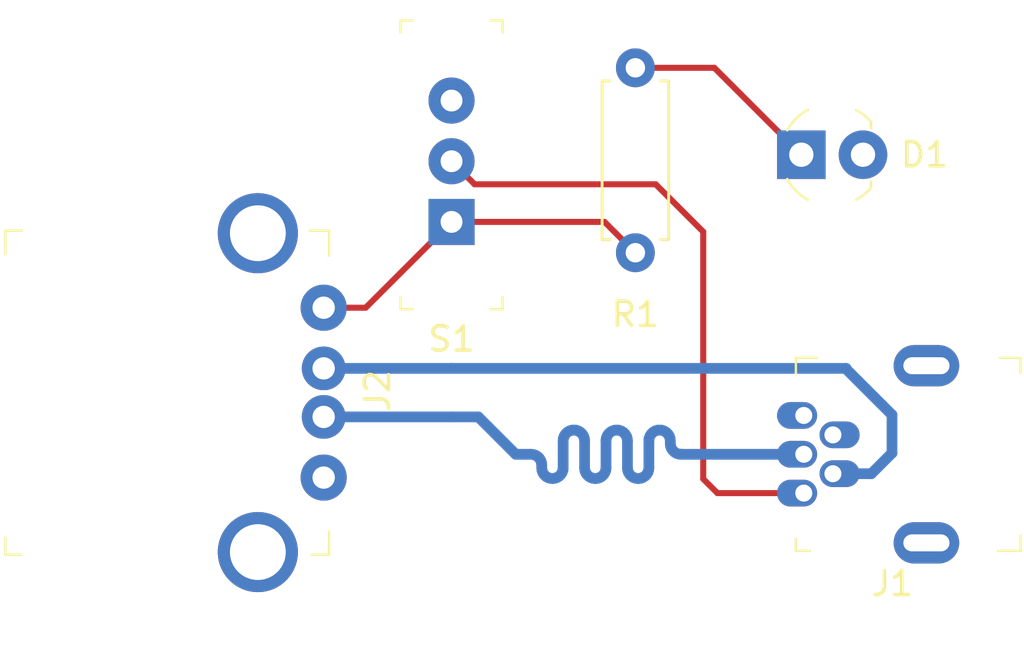
<source format=kicad_pcb>
(kicad_pcb (version 20171130) (host pcbnew "(5.1.9)-1")

  (general
    (thickness 1.6)
    (drawings 4)
    (tracks 129)
    (zones 0)
    (modules 5)
    (nets 9)
  )

  (page A4)
  (title_block
    (title "Power =Stripper")
    (date 2021-04-10)
    (rev v01)
    (comment 4 "Author: Elliot Kovacs")
  )

  (layers
    (0 L1TOP signal)
    (1 L2 signal)
    (2 L3 signal hide)
    (31 L4BOTTOM signal hide)
    (33 F.Adhes user hide)
    (35 F.Paste user hide)
    (37 F.SilkS user hide)
    (38 B.Mask user hide)
    (39 F.Mask user hide)
    (40 Dwgs.User user hide)
    (41 Cmts.User user hide)
    (42 Eco1.User user hide)
    (43 Eco2.User user hide)
    (44 Edge.Cuts user hide)
    (45 Margin user hide)
    (46 B.CrtYd user hide)
    (47 F.CrtYd user hide)
    (49 F.Fab user hide)
  )

  (setup
    (last_trace_width 0.25)
    (user_trace_width 1.1)
    (trace_clearance 0.1524)
    (zone_clearance 0.508)
    (zone_45_only no)
    (trace_min 0.1524)
    (via_size 0.8)
    (via_drill 0.4)
    (via_min_size 0.4)
    (via_min_drill 0.3)
    (uvia_size 0.3)
    (uvia_drill 0.1)
    (uvias_allowed no)
    (uvia_min_size 0.2)
    (uvia_min_drill 0.1)
    (edge_width 0.05)
    (segment_width 0.2)
    (pcb_text_width 0.3)
    (pcb_text_size 1.5 1.5)
    (mod_edge_width 0.12)
    (mod_text_size 1 1)
    (mod_text_width 0.15)
    (pad_size 1.65 1.1)
    (pad_drill 0.7)
    (pad_to_mask_clearance 0)
    (aux_axis_origin 163.83 104.14)
    (visible_elements 7FFFFFFF)
    (pcbplotparams
      (layerselection 0x010e8_ffffffff)
      (usegerberextensions true)
      (usegerberattributes true)
      (usegerberadvancedattributes true)
      (creategerberjobfile true)
      (excludeedgelayer true)
      (linewidth 0.100000)
      (plotframeref false)
      (viasonmask false)
      (mode 1)
      (useauxorigin false)
      (hpglpennumber 1)
      (hpglpenspeed 20)
      (hpglpendiameter 15.000000)
      (psnegative false)
      (psa4output false)
      (plotreference true)
      (plotvalue true)
      (plotinvisibletext false)
      (padsonsilk false)
      (subtractmaskfromsilk false)
      (outputformat 1)
      (mirror false)
      (drillshape 0)
      (scaleselection 1)
      (outputdirectory "new/"))
  )

  (net 0 "")
  (net 1 GND)
  (net 2 "Net-(D1-Pad1)")
  (net 3 D+)
  (net 4 "Net-(J1-Pad1)")
  (net 5 D-)
  (net 6 "Net-(J1-Pad4)")
  (net 7 "Net-(S1-Pad3)")
  (net 8 "Net-(J2-Pad1)")

  (net_class Default "This is the default net class."
    (clearance 0.1524)
    (trace_width 0.25)
    (via_dia 0.8)
    (via_drill 0.4)
    (uvia_dia 0.3)
    (uvia_drill 0.1)
    (add_net GND)
    (add_net "Net-(D1-Pad1)")
    (add_net "Net-(J1-Pad1)")
    (add_net "Net-(J1-Pad4)")
    (add_net "Net-(J2-Pad1)")
    (add_net "Net-(S1-Pad3)")
  )

  (net_class USB ""
    (clearance 0.1524)
    (trace_width 0.441219)
    (via_dia 0.8)
    (via_drill 0.4)
    (uvia_dia 0.3)
    (uvia_drill 0.1)
    (add_net D+)
    (add_net D-)
  )

  (module digikey-footprints:USB_Mini_B_Female_548190519 (layer L1TOP) (tedit 60834374) (tstamp 6082E34F)
    (at 125.6538 112.2172 180)
    (path /606A5687)
    (fp_text reference J1 (at -3.65 -5.325) (layer F.SilkS)
      (effects (font (size 1 1) (thickness 0.15)))
    )
    (fp_text value 0548190519 (at -4.2 6.35) (layer F.Fab)
      (effects (font (size 1 1) (thickness 0.15)))
    )
    (fp_line (start 1.35 -4.75) (end 1.35 4.75) (layer F.CrtYd) (width 0.05))
    (fp_line (start -9.05 -4.75) (end -9.05 4.75) (layer F.CrtYd) (width 0.05))
    (fp_line (start -9.05 4.75) (end 1.35 4.75) (layer F.CrtYd) (width 0.05))
    (fp_line (start -9.05 -4.75) (end 1.35 -4.75) (layer F.CrtYd) (width 0.05))
    (fp_line (start 0.325 3.975) (end 0.3 3.975) (layer F.SilkS) (width 0.1))
    (fp_line (start 0.325 3.325) (end 0.325 3.975) (layer F.SilkS) (width 0.1))
    (fp_line (start -0.55 3.975) (end 0.3 3.975) (layer F.SilkS) (width 0.1))
    (fp_line (start -8.075 3.975) (end -8.925 3.975) (layer F.SilkS) (width 0.1))
    (fp_line (start -8.925 3.975) (end -8.925 3.35) (layer F.SilkS) (width 0.1))
    (fp_line (start -8 -3.975) (end -8.925 -3.975) (layer F.SilkS) (width 0.1))
    (fp_line (start -8.925 -3.975) (end -8.925 -3.35) (layer F.SilkS) (width 0.1))
    (fp_line (start -0.25 -3.975) (end 0.325 -3.975) (layer F.SilkS) (width 0.1))
    (fp_line (start 0.325 -3.975) (end 0.325 -3.5) (layer F.SilkS) (width 0.1))
    (fp_line (start -8.8 3.85) (end 0.2 3.85) (layer F.Fab) (width 0.1))
    (fp_line (start -8.8 -3.85) (end 0.2 -3.85) (layer F.Fab) (width 0.1))
    (fp_line (start 0.2 -3.85) (end 0.2 3.85) (layer F.Fab) (width 0.1))
    (fp_line (start -8.8 -3.85) (end -8.8 3.85) (layer F.Fab) (width 0.1))
    (fp_text user %R (at -5.7 -0.075 90) (layer F.Fab)
      (effects (font (size 1 1) (thickness 0.15)))
    )
    (pad 3 thru_hole oval (at 0 0 180) (size 1.65 1.1) (drill 0.7 (offset 0.275 0)) (layers *.Cu *.Mask)
      (net 3 D+))
    (pad 1 thru_hole oval (at 0 -1.6 180) (size 1.65 1.1) (drill 0.7 (offset 0.275 0)) (layers *.Cu *.Mask)
      (net 4 "Net-(J1-Pad1)"))
    (pad 5 thru_hole oval (at 0 1.6 180) (size 1.65 1.1) (drill 0.7 (offset 0.275 0)) (layers *.Cu *.Mask)
      (net 1 GND))
    (pad 2 thru_hole oval (at -1.2 -0.8 180) (size 1.65 1.1) (drill 0.7 (offset -0.275 0)) (layers *.Cu *.Mask)
      (net 5 D-))
    (pad 4 thru_hole oval (at -1.2 0.8 180) (size 1.65 1.1) (drill 0.7 (offset -0.275 0)) (layers *.Cu *.Mask)
      (net 6 "Net-(J1-Pad4)"))
    (pad SH thru_hole oval (at -5.05 -3.65 180) (size 2.7 1.7) (drill oval 1.9 0.7) (layers *.Cu *.Mask)
      (net 1 GND))
    (pad SH thru_hole oval (at -5.05 3.65 180) (size 2.7 1.7) (drill oval 1.9 0.7) (layers *.Cu *.Mask)
      (net 1 GND))
  )

  (module digikey-footprints:USB_A_Female_UE27AC54100 (layer L1TOP) (tedit 60833CA2) (tstamp 60721C88)
    (at 103.1748 109.6772 270)
    (path /606AEEC6)
    (fp_text reference J2 (at -0.075 -4.925 90) (layer F.SilkS)
      (effects (font (size 1 1) (thickness 0.15)))
    )
    (fp_text value UE27AC54100 (at 9.652 3.556) (layer F.Fab)
      (effects (font (size 1 1) (thickness 0.15)))
    )
    (fp_line (start -6.55 -2.82) (end 6.55 -2.82) (layer F.Fab) (width 0.1))
    (fp_line (start 6.55 -2.82) (end 6.55 10.28) (layer F.Fab) (width 0.1))
    (fp_line (start -6.55 -2.82) (end -6.55 10.28) (layer F.Fab) (width 0.1))
    (fp_line (start -6.55 10.28) (end 6.55 10.28) (layer F.Fab) (width 0.1))
    (fp_line (start 6.675 -2.935) (end 6.675 -2.21) (layer F.SilkS) (width 0.1))
    (fp_line (start 5.725 -2.935) (end 6.675 -2.935) (layer F.SilkS) (width 0.1))
    (fp_line (start -6.675 -2.935) (end -6.675 -2.135) (layer F.SilkS) (width 0.1))
    (fp_line (start -5.65 -2.935) (end -6.675 -2.935) (layer F.SilkS) (width 0.1))
    (fp_line (start 6.675 10.395) (end 5.975 10.395) (layer F.SilkS) (width 0.1))
    (fp_line (start 6.675 9.745) (end 6.675 10.395) (layer F.SilkS) (width 0.1))
    (fp_line (start -6.675 10.395) (end -6.675 9.72) (layer F.SilkS) (width 0.1))
    (fp_line (start -5.7 10.395) (end -6.675 10.395) (layer F.SilkS) (width 0.1))
    (fp_line (start -8.45 -3.94) (end 8.45 -3.94) (layer F.CrtYd) (width 0.05))
    (fp_line (start 8.45 -3.94) (end 8.45 10.57) (layer F.CrtYd) (width 0.05))
    (fp_line (start -8.45 -3.94) (end -8.45 10.57) (layer F.CrtYd) (width 0.05))
    (fp_line (start -8.45 10.57) (end 8.45 10.57) (layer F.CrtYd) (width 0.05))
    (fp_text user %R (at -0.025 0.975 90) (layer F.Fab)
      (effects (font (size 1 1) (thickness 0.15)))
    )
    (pad SH thru_hole circle (at -6.57 0 270) (size 3.3 3.3) (drill 2.3) (layers *.Cu *.Mask)
      (net 1 GND))
    (pad SH thru_hole circle (at 6.57 0 270) (size 3.3 3.3) (drill 2.3) (layers *.Cu *.Mask)
      (net 1 GND))
    (pad 1 thru_hole circle (at -3.5 -2.71 270) (size 1.9 1.9) (drill 0.92) (layers *.Cu *.Mask)
      (net 8 "Net-(J2-Pad1)"))
    (pad 2 thru_hole circle (at -1 -2.71 270) (size 1.8 1.8) (drill 0.92) (layers *.Cu *.Mask)
      (net 5 D-))
    (pad 3 thru_hole circle (at 1 -2.71 270) (size 1.8 1.8) (drill 0.92) (layers *.Cu *.Mask)
      (net 3 D+))
    (pad 4 thru_hole circle (at 3.5 -2.71 270) (size 1.9 1.9) (drill 0.92) (layers *.Cu *.Mask)
      (net 1 GND))
  )

  (module digikey-footprints:LED_3mm_Radial (layer L1TOP) (tedit 5B1990B7) (tstamp 6082EF6D)
    (at 128.0922 99.8728)
    (descr http://optoelectronics.liteon.com/upload/download/DS20-2000-343/1CHKxKNN.pdf)
    (path /606BCCFE)
    (fp_text reference D1 (at 2.54 0) (layer F.SilkS)
      (effects (font (size 1 1) (thickness 0.15)))
    )
    (fp_text value 151033RS03000 (at 0 5.08) (layer F.Fab)
      (effects (font (size 1 1) (thickness 0.15)))
    )
    (fp_circle (center -1.27 0) (end 1.38 0) (layer F.CrtYd) (width 0.05))
    (fp_line (start 0.33 -1.35) (end 0.33 -1.1) (layer F.SilkS) (width 0.1))
    (fp_line (start 0.33 1.35) (end 0.33 1.1) (layer F.SilkS) (width 0.1))
    (fp_line (start 0.23 -1.3) (end 0.23 1.3) (layer F.Fab) (width 0.1))
    (fp_text user %R (at -1.27 0) (layer F.Fab)
      (effects (font (size 0.75 0.75) (thickness 0.1)))
    )
    (fp_arc (start -1.27 0) (end 0.23 -1.3) (angle -278.1712365) (layer F.Fab) (width 0.1))
    (fp_arc (start -1.27 0) (end 0.33 -1.35) (angle -21.45098095) (layer F.SilkS) (width 0.1))
    (fp_arc (start -1.27 0) (end -0.27 1.85) (angle -21.45098095) (layer F.SilkS) (width 0.1))
    (fp_arc (start -1.27 0) (end -2.27 -1.85) (angle -33.21396116) (layer F.SilkS) (width 0.1))
    (fp_arc (start -1.27 0) (end -3.12 1) (angle -33.21396116) (layer F.SilkS) (width 0.1))
    (pad 1 thru_hole rect (at -2.54 0) (size 2 2) (drill 1) (layers *.Cu *.Mask)
      (net 2 "Net-(D1-Pad1)"))
    (pad 2 thru_hole circle (at 0 0) (size 2 2) (drill 1) (layers *.Cu *.Mask)
      (net 1 GND))
  )

  (module Resistor_THT:R_Axial_DIN0207_L6.3mm_D2.5mm_P7.62mm_Horizontal (layer L1TOP) (tedit 5AE5139B) (tstamp 60849651)
    (at 118.7196 96.2914 270)
    (descr "Resistor, Axial_DIN0207 series, Axial, Horizontal, pin pitch=7.62mm, 0.25W = 1/4W, length*diameter=6.3*2.5mm^2, http://cdn-reichelt.de/documents/datenblatt/B400/1_4W%23YAG.pdf")
    (tags "Resistor Axial_DIN0207 series Axial Horizontal pin pitch 7.62mm 0.25W = 1/4W length 6.3mm diameter 2.5mm")
    (path /606BB0D9)
    (fp_text reference R1 (at 10.16 0 180) (layer F.SilkS)
      (effects (font (size 1 1) (thickness 0.15)))
    )
    (fp_text value 220 (at 3.81 2.37 90) (layer F.Fab)
      (effects (font (size 1 1) (thickness 0.15)))
    )
    (fp_line (start 0.66 -1.25) (end 0.66 1.25) (layer F.Fab) (width 0.1))
    (fp_line (start 0.66 1.25) (end 6.96 1.25) (layer F.Fab) (width 0.1))
    (fp_line (start 6.96 1.25) (end 6.96 -1.25) (layer F.Fab) (width 0.1))
    (fp_line (start 6.96 -1.25) (end 0.66 -1.25) (layer F.Fab) (width 0.1))
    (fp_line (start 0 0) (end 0.66 0) (layer F.Fab) (width 0.1))
    (fp_line (start 7.62 0) (end 6.96 0) (layer F.Fab) (width 0.1))
    (fp_line (start 0.54 -1.04) (end 0.54 -1.37) (layer F.SilkS) (width 0.12))
    (fp_line (start 0.54 -1.37) (end 7.08 -1.37) (layer F.SilkS) (width 0.12))
    (fp_line (start 7.08 -1.37) (end 7.08 -1.04) (layer F.SilkS) (width 0.12))
    (fp_line (start 0.54 1.04) (end 0.54 1.37) (layer F.SilkS) (width 0.12))
    (fp_line (start 0.54 1.37) (end 7.08 1.37) (layer F.SilkS) (width 0.12))
    (fp_line (start 7.08 1.37) (end 7.08 1.04) (layer F.SilkS) (width 0.12))
    (fp_line (start -1.05 -1.5) (end -1.05 1.5) (layer F.CrtYd) (width 0.05))
    (fp_line (start -1.05 1.5) (end 8.67 1.5) (layer F.CrtYd) (width 0.05))
    (fp_line (start 8.67 1.5) (end 8.67 -1.5) (layer F.CrtYd) (width 0.05))
    (fp_line (start 8.67 -1.5) (end -1.05 -1.5) (layer F.CrtYd) (width 0.05))
    (fp_text user %R (at 3.81 0 90) (layer F.Fab)
      (effects (font (size 1 1) (thickness 0.15)))
    )
    (pad 2 thru_hole oval (at 7.62 0 270) (size 1.6 1.6) (drill 0.8) (layers *.Cu *.Mask)
      (net 8 "Net-(J2-Pad1)"))
    (pad 1 thru_hole circle (at 0 0 270) (size 1.6 1.6) (drill 0.8) (layers *.Cu *.Mask)
      (net 2 "Net-(D1-Pad1)"))
    (model ${KISYS3DMOD}/Resistor_THT.3dshapes/R_Axial_DIN0207_L6.3mm_D2.5mm_P7.62mm_Horizontal.wrl
      (at (xyz 0 0 0))
      (scale (xyz 1 1 1))
      (rotate (xyz 0 0 0))
    )
  )

  (module digikey-footprints:Switch_Slide_11.6x4mm_EG1218 (layer L1TOP) (tedit 5A1EC915) (tstamp 60849D93)
    (at 111.1504 102.6414 90)
    (descr http://spec_sheets.e-switch.com/specs/P040040.pdf)
    (path /606DAFAA)
    (fp_text reference S1 (at -4.826 0 180) (layer F.SilkS)
      (effects (font (size 1 1) (thickness 0.15)))
    )
    (fp_text value EG1218 (at 2.11 3.14 90) (layer F.Fab)
      (effects (font (size 1 1) (thickness 0.15)))
    )
    (fp_line (start -3.42 -2) (end 8.18 -2) (layer F.Fab) (width 0.1))
    (fp_line (start -3.42 2) (end -3.42 -2) (layer F.Fab) (width 0.1))
    (fp_line (start 8.18 2) (end 8.18 -2) (layer F.Fab) (width 0.1))
    (fp_line (start -3.42 2) (end 8.18 2) (layer F.Fab) (width 0.1))
    (fp_line (start 8.3 -2.1) (end 7.8 -2.1) (layer F.SilkS) (width 0.1))
    (fp_line (start 8.3 -2.1) (end 8.3 -1.6) (layer F.SilkS) (width 0.1))
    (fp_line (start -3.6 -2.1) (end -3.6 -1.6) (layer F.SilkS) (width 0.1))
    (fp_line (start -3.6 -2.1) (end -3.1 -2.1) (layer F.SilkS) (width 0.1))
    (fp_line (start -3.6 2.1) (end -3.6 1.6) (layer F.SilkS) (width 0.1))
    (fp_line (start -3.6 2.1) (end -3.1 2.1) (layer F.SilkS) (width 0.1))
    (fp_line (start 8.3 2.1) (end 8.3 1.6) (layer F.SilkS) (width 0.1))
    (fp_line (start 8.3 2.1) (end 7.8 2.1) (layer F.SilkS) (width 0.1))
    (fp_line (start -3.67 -2.25) (end 8.43 -2.25) (layer F.CrtYd) (width 0.05))
    (fp_line (start 8.43 2.25) (end 8.43 -2.25) (layer F.CrtYd) (width 0.05))
    (fp_line (start -3.67 2.25) (end 8.43 2.25) (layer F.CrtYd) (width 0.05))
    (fp_line (start -3.67 2.25) (end -3.67 -2.25) (layer F.CrtYd) (width 0.05))
    (fp_text user %R (at 2.5 0 90) (layer F.Fab)
      (effects (font (size 1 1) (thickness 0.15)))
    )
    (pad 1 thru_hole rect (at 0 0 90) (size 1.9 1.9) (drill 0.9) (layers *.Cu *.Mask)
      (net 8 "Net-(J2-Pad1)"))
    (pad 2 thru_hole circle (at 2.5 0 90) (size 1.9 1.9) (drill 0.9) (layers *.Cu *.Mask)
      (net 4 "Net-(J1-Pad1)"))
    (pad 3 thru_hole circle (at 5 0 90) (size 1.9 1.9) (drill 0.9) (layers *.Cu *.Mask)
      (net 7 "Net-(S1-Pad3)"))
  )

  (gr_line (start 134.747 120.7516) (end 92.5322 120.7516) (layer Edge.Cuts) (width 0.05) (tstamp 6083BA53))
  (gr_line (start 92.5322 93.472) (end 92.5322 120.7516) (layer Edge.Cuts) (width 0.05))
  (gr_line (start 134.747 93.472) (end 92.5322 93.472) (layer Edge.Cuts) (width 0.05))
  (gr_line (start 134.747 120.7516) (end 134.747 93.472) (layer Edge.Cuts) (width 0.05))

  (segment (start 121.9708 96.2914) (end 125.5522 99.8728) (width 0.25) (layer L1TOP) (net 2))
  (segment (start 118.7196 96.2914) (end 121.9708 96.2914) (width 0.25) (layer L1TOP) (net 2))
  (segment (start 113.792 112.2172) (end 112.252 110.6772) (width 0.441219) (layer L4BOTTOM) (net 3))
  (segment (start 114.422134 112.2172) (end 113.792 112.2172) (width 0.441219) (layer L4BOTTOM) (net 3))
  (segment (start 114.613571 112.260895) (end 114.520314 112.228263) (width 0.441219) (layer L4BOTTOM) (net 3))
  (segment (start 114.767092 112.383324) (end 114.697229 112.313461) (width 0.441219) (layer L4BOTTOM) (net 3))
  (segment (start 114.874415 112.874162) (end 114.863353 112.775981) (width 0.441219) (layer L4BOTTOM) (net 3))
  (segment (start 115.029476 113.12094) (end 114.959613 113.051077) (width 0.441219) (layer L4BOTTOM) (net 3))
  (segment (start 115.64953 113.051077) (end 115.579667 113.12094) (width 0.441219) (layer L4BOTTOM) (net 3))
  (segment (start 115.745791 111.658419) (end 115.745791 112.775981) (width 0.441219) (layer L4BOTTOM) (net 3))
  (segment (start 115.995572 111.260894) (end 115.911914 111.31346) (width 0.441219) (layer L4BOTTOM) (net 3))
  (segment (start 116.088829 111.228262) (end 115.995572 111.260894) (width 0.441219) (layer L4BOTTOM) (net 3))
  (segment (start 115.304572 113.2172) (end 115.206391 113.206138) (width 0.441219) (layer L4BOTTOM) (net 3))
  (segment (start 116.18701 111.2172) (end 116.088829 111.228262) (width 0.441219) (layer L4BOTTOM) (net 3))
  (segment (start 116.28519 111.228262) (end 116.18701 111.2172) (width 0.441219) (layer L4BOTTOM) (net 3))
  (segment (start 116.378447 111.260894) (end 116.28519 111.228262) (width 0.441219) (layer L4BOTTOM) (net 3))
  (segment (start 111.146403 110.6772) (end 105.8848 110.6772) (width 0.441219) (layer L4BOTTOM) (net 3))
  (segment (start 116.462105 111.31346) (end 116.378447 111.260894) (width 0.441219) (layer L4BOTTOM) (net 3))
  (segment (start 116.531968 111.383323) (end 116.462105 111.31346) (width 0.441219) (layer L4BOTTOM) (net 3))
  (segment (start 116.584534 111.466981) (end 116.531968 111.383323) (width 0.441219) (layer L4BOTTOM) (net 3))
  (segment (start 116.617166 111.560238) (end 116.584534 111.466981) (width 0.441219) (layer L4BOTTOM) (net 3))
  (segment (start 116.628229 111.658419) (end 116.617166 111.560238) (width 0.441219) (layer L4BOTTOM) (net 3))
  (segment (start 114.520314 112.228263) (end 114.422134 112.2172) (width 0.441219) (layer L4BOTTOM) (net 3))
  (segment (start 116.628229 112.775981) (end 116.628229 111.658419) (width 0.441219) (layer L4BOTTOM) (net 3))
  (segment (start 116.639291 112.874162) (end 116.628229 112.775981) (width 0.441219) (layer L4BOTTOM) (net 3))
  (segment (start 116.671923 112.967419) (end 116.639291 112.874162) (width 0.441219) (layer L4BOTTOM) (net 3))
  (segment (start 115.402752 113.206138) (end 115.304572 113.2172) (width 0.441219) (layer L4BOTTOM) (net 3))
  (segment (start 116.724489 113.051077) (end 116.671923 112.967419) (width 0.441219) (layer L4BOTTOM) (net 3))
  (segment (start 114.907047 112.967419) (end 114.874415 112.874162) (width 0.441219) (layer L4BOTTOM) (net 3))
  (segment (start 116.794352 113.12094) (end 116.724489 113.051077) (width 0.441219) (layer L4BOTTOM) (net 3))
  (segment (start 114.863353 112.658419) (end 114.85229 112.560239) (width 0.441219) (layer L4BOTTOM) (net 3))
  (segment (start 116.87801 113.173506) (end 116.794352 113.12094) (width 0.441219) (layer L4BOTTOM) (net 3))
  (segment (start 116.971267 113.206138) (end 116.87801 113.173506) (width 0.441219) (layer L4BOTTOM) (net 3))
  (segment (start 112.252 110.6772) (end 111.146403 110.6772) (width 0.441219) (layer L4BOTTOM) (net 3))
  (segment (start 117.069448 113.2172) (end 116.971267 113.206138) (width 0.441219) (layer L4BOTTOM) (net 3))
  (segment (start 117.167628 113.206138) (end 117.069448 113.2172) (width 0.441219) (layer L4BOTTOM) (net 3))
  (segment (start 117.260885 113.173506) (end 117.167628 113.206138) (width 0.441219) (layer L4BOTTOM) (net 3))
  (segment (start 119.109419 113.12094) (end 119.025761 113.173506) (width 0.441219) (layer L4BOTTOM) (net 3))
  (segment (start 119.179282 113.051077) (end 119.109419 113.12094) (width 0.441219) (layer L4BOTTOM) (net 3))
  (segment (start 118.050066 111.228262) (end 117.951886 111.2172) (width 0.441219) (layer L4BOTTOM) (net 3))
  (segment (start 119.231848 112.967419) (end 119.179282 113.051077) (width 0.441219) (layer L4BOTTOM) (net 3))
  (segment (start 119.26448 112.874162) (end 119.231848 112.967419) (width 0.441219) (layer L4BOTTOM) (net 3))
  (segment (start 119.275543 112.775981) (end 119.26448 112.874162) (width 0.441219) (layer L4BOTTOM) (net 3))
  (segment (start 115.734728 112.874162) (end 115.702096 112.967419) (width 0.441219) (layer L4BOTTOM) (net 3))
  (segment (start 119.371803 111.383323) (end 119.319237 111.466981) (width 0.441219) (layer L4BOTTOM) (net 3))
  (segment (start 119.441666 111.31346) (end 119.371803 111.383323) (width 0.441219) (layer L4BOTTOM) (net 3))
  (segment (start 119.618581 111.228262) (end 119.525324 111.260894) (width 0.441219) (layer L4BOTTOM) (net 3))
  (segment (start 115.756853 111.560238) (end 115.745791 111.658419) (width 0.441219) (layer L4BOTTOM) (net 3))
  (segment (start 119.814942 111.228262) (end 119.716762 111.2172) (width 0.441219) (layer L4BOTTOM) (net 3))
  (segment (start 115.745791 112.775981) (end 115.734728 112.874162) (width 0.441219) (layer L4BOTTOM) (net 3))
  (segment (start 119.991857 111.31346) (end 119.908199 111.260894) (width 0.441219) (layer L4BOTTOM) (net 3))
  (segment (start 115.496009 113.173506) (end 115.402752 113.206138) (width 0.441219) (layer L4BOTTOM) (net 3))
  (segment (start 117.344543 113.12094) (end 117.260885 113.173506) (width 0.441219) (layer L4BOTTOM) (net 3))
  (segment (start 119.525324 111.260894) (end 119.441666 111.31346) (width 0.441219) (layer L4BOTTOM) (net 3))
  (segment (start 120.407762 112.173505) (end 120.324104 112.120939) (width 0.441219) (layer L4BOTTOM) (net 3))
  (segment (start 115.579667 113.12094) (end 115.496009 113.173506) (width 0.441219) (layer L4BOTTOM) (net 3))
  (segment (start 120.5992 112.2172) (end 120.501019 112.206137) (width 0.441219) (layer L4BOTTOM) (net 3))
  (segment (start 115.702096 112.967419) (end 115.64953 113.051077) (width 0.441219) (layer L4BOTTOM) (net 3))
  (segment (start 120.501019 112.206137) (end 120.407762 112.173505) (width 0.441219) (layer L4BOTTOM) (net 3))
  (segment (start 119.275543 111.658419) (end 119.275543 112.775981) (width 0.441219) (layer L4BOTTOM) (net 3))
  (segment (start 120.157981 111.658419) (end 120.146918 111.560238) (width 0.441219) (layer L4BOTTOM) (net 3))
  (segment (start 117.67679 111.31346) (end 117.606927 111.383323) (width 0.441219) (layer L4BOTTOM) (net 3))
  (segment (start 117.510667 112.775981) (end 117.499604 112.874162) (width 0.441219) (layer L4BOTTOM) (net 3))
  (segment (start 119.319237 111.466981) (end 119.286605 111.560238) (width 0.441219) (layer L4BOTTOM) (net 3))
  (segment (start 114.863353 112.775981) (end 114.863353 112.658419) (width 0.441219) (layer L4BOTTOM) (net 3))
  (segment (start 120.324104 112.120939) (end 120.254241 112.051076) (width 0.441219) (layer L4BOTTOM) (net 3))
  (segment (start 118.393105 112.775981) (end 118.393105 111.658419) (width 0.441219) (layer L4BOTTOM) (net 3))
  (segment (start 120.146918 111.560238) (end 120.114286 111.466981) (width 0.441219) (layer L4BOTTOM) (net 3))
  (segment (start 115.113134 113.173506) (end 115.029476 113.12094) (width 0.441219) (layer L4BOTTOM) (net 3))
  (segment (start 117.760448 111.260894) (end 117.67679 111.31346) (width 0.441219) (layer L4BOTTOM) (net 3))
  (segment (start 114.85229 112.560239) (end 114.819658 112.466982) (width 0.441219) (layer L4BOTTOM) (net 3))
  (segment (start 120.254241 112.051076) (end 120.201675 111.967418) (width 0.441219) (layer L4BOTTOM) (net 3))
  (segment (start 114.959613 113.051077) (end 114.907047 112.967419) (width 0.441219) (layer L4BOTTOM) (net 3))
  (segment (start 117.466972 112.967419) (end 117.414406 113.051077) (width 0.441219) (layer L4BOTTOM) (net 3))
  (segment (start 114.819658 112.466982) (end 114.767092 112.383324) (width 0.441219) (layer L4BOTTOM) (net 3))
  (segment (start 118.226981 111.31346) (end 118.143323 111.260894) (width 0.441219) (layer L4BOTTOM) (net 3))
  (segment (start 125.6538 112.2172) (end 120.5992 112.2172) (width 0.441219) (layer L4BOTTOM) (net 3))
  (segment (start 114.697229 112.313461) (end 114.613571 112.260895) (width 0.441219) (layer L4BOTTOM) (net 3))
  (segment (start 117.606927 111.383323) (end 117.554361 111.466981) (width 0.441219) (layer L4BOTTOM) (net 3))
  (segment (start 120.201675 111.967418) (end 120.169043 111.874161) (width 0.441219) (layer L4BOTTOM) (net 3))
  (segment (start 115.206391 113.206138) (end 115.113134 113.173506) (width 0.441219) (layer L4BOTTOM) (net 3))
  (segment (start 117.853705 111.228262) (end 117.760448 111.260894) (width 0.441219) (layer L4BOTTOM) (net 3))
  (segment (start 120.169043 111.874161) (end 120.157981 111.775981) (width 0.441219) (layer L4BOTTOM) (net 3))
  (segment (start 120.157981 111.775981) (end 120.157981 111.658419) (width 0.441219) (layer L4BOTTOM) (net 3))
  (segment (start 119.716762 111.2172) (end 119.618581 111.228262) (width 0.441219) (layer L4BOTTOM) (net 3))
  (segment (start 120.114286 111.466981) (end 120.06172 111.383323) (width 0.441219) (layer L4BOTTOM) (net 3))
  (segment (start 117.414406 113.051077) (end 117.344543 113.12094) (width 0.441219) (layer L4BOTTOM) (net 3))
  (segment (start 119.286605 111.560238) (end 119.275543 111.658419) (width 0.441219) (layer L4BOTTOM) (net 3))
  (segment (start 120.06172 111.383323) (end 119.991857 111.31346) (width 0.441219) (layer L4BOTTOM) (net 3))
  (segment (start 119.025761 113.173506) (end 118.932504 113.206138) (width 0.441219) (layer L4BOTTOM) (net 3))
  (segment (start 118.932504 113.206138) (end 118.834324 113.2172) (width 0.441219) (layer L4BOTTOM) (net 3))
  (segment (start 118.834324 113.2172) (end 118.736143 113.206138) (width 0.441219) (layer L4BOTTOM) (net 3))
  (segment (start 118.736143 113.206138) (end 118.642886 113.173506) (width 0.441219) (layer L4BOTTOM) (net 3))
  (segment (start 118.642886 113.173506) (end 118.559228 113.12094) (width 0.441219) (layer L4BOTTOM) (net 3))
  (segment (start 117.951886 111.2172) (end 117.853705 111.228262) (width 0.441219) (layer L4BOTTOM) (net 3))
  (segment (start 118.559228 113.12094) (end 118.489365 113.051077) (width 0.441219) (layer L4BOTTOM) (net 3))
  (segment (start 118.489365 113.051077) (end 118.436799 112.967419) (width 0.441219) (layer L4BOTTOM) (net 3))
  (segment (start 115.842051 111.383323) (end 115.789485 111.466981) (width 0.441219) (layer L4BOTTOM) (net 3))
  (segment (start 118.404167 112.874162) (end 118.393105 112.775981) (width 0.441219) (layer L4BOTTOM) (net 3))
  (segment (start 115.911914 111.31346) (end 115.842051 111.383323) (width 0.441219) (layer L4BOTTOM) (net 3))
  (segment (start 118.393105 111.658419) (end 118.382042 111.560238) (width 0.441219) (layer L4BOTTOM) (net 3))
  (segment (start 115.789485 111.466981) (end 115.756853 111.560238) (width 0.441219) (layer L4BOTTOM) (net 3))
  (segment (start 118.382042 111.560238) (end 118.34941 111.466981) (width 0.441219) (layer L4BOTTOM) (net 3))
  (segment (start 118.34941 111.466981) (end 118.296844 111.383323) (width 0.441219) (layer L4BOTTOM) (net 3))
  (segment (start 118.296844 111.383323) (end 118.226981 111.31346) (width 0.441219) (layer L4BOTTOM) (net 3))
  (segment (start 118.436799 112.967419) (end 118.404167 112.874162) (width 0.441219) (layer L4BOTTOM) (net 3))
  (segment (start 118.143323 111.260894) (end 118.050066 111.228262) (width 0.441219) (layer L4BOTTOM) (net 3))
  (segment (start 117.554361 111.466981) (end 117.521729 111.560238) (width 0.441219) (layer L4BOTTOM) (net 3))
  (segment (start 119.908199 111.260894) (end 119.814942 111.228262) (width 0.441219) (layer L4BOTTOM) (net 3))
  (segment (start 117.521729 111.560238) (end 117.510667 111.658419) (width 0.441219) (layer L4BOTTOM) (net 3))
  (segment (start 117.510667 111.658419) (end 117.510667 112.775981) (width 0.441219) (layer L4BOTTOM) (net 3))
  (segment (start 117.499604 112.874162) (end 117.466972 112.967419) (width 0.441219) (layer L4BOTTOM) (net 3))
  (segment (start 122.0976 113.8172) (end 125.6538 113.8172) (width 0.25) (layer L1TOP) (net 4))
  (segment (start 121.5136 113.2332) (end 122.0976 113.8172) (width 0.25) (layer L1TOP) (net 4))
  (segment (start 121.5136 103.0478) (end 121.5136 113.2332) (width 0.25) (layer L1TOP) (net 4))
  (segment (start 119.557199 101.091399) (end 121.5136 103.0478) (width 0.25) (layer L1TOP) (net 4))
  (segment (start 112.100399 101.091399) (end 119.557199 101.091399) (width 0.25) (layer L1TOP) (net 4))
  (segment (start 111.1504 100.1414) (end 112.100399 101.091399) (width 0.25) (layer L1TOP) (net 4))
  (segment (start 111.146403 108.6772) (end 105.8848 108.6772) (width 0.441219) (layer L4BOTTOM) (net 5))
  (segment (start 127.397 108.6772) (end 111.146403 108.6772) (width 0.441219) (layer L4BOTTOM) (net 5))
  (segment (start 127.397 108.7026) (end 127.397 108.6772) (width 0.441219) (layer L4BOTTOM) (net 5))
  (segment (start 129.286 110.5916) (end 127.397 108.7026) (width 0.441219) (layer L4BOTTOM) (net 5))
  (segment (start 129.286 112.1664) (end 129.286 110.5916) (width 0.441219) (layer L4BOTTOM) (net 5))
  (segment (start 128.4352 113.0172) (end 129.286 112.1664) (width 0.441219) (layer L4BOTTOM) (net 5))
  (segment (start 126.8538 113.0172) (end 128.4352 113.0172) (width 0.441219) (layer L4BOTTOM) (net 5))
  (segment (start 107.6146 106.1772) (end 111.1504 102.6414) (width 0.25) (layer L1TOP) (net 8))
  (segment (start 105.8848 106.1772) (end 107.6146 106.1772) (width 0.25) (layer L1TOP) (net 8))
  (segment (start 117.4496 102.6414) (end 118.7196 103.9114) (width 0.25) (layer L1TOP) (net 8))
  (segment (start 111.1504 102.6414) (end 117.4496 102.6414) (width 0.25) (layer L1TOP) (net 8))

  (zone (net 1) (net_name GND) (layer L3) (tstamp 60861173) (hatch edge 0.508)
    (connect_pads (clearance 0.508))
    (min_thickness 0.254)
    (fill yes (arc_segments 32) (thermal_gap 0.508) (thermal_bridge_width 0.508))
    (polygon
      (pts
        (xy 134.7216 120.7262) (xy 92.5576 120.7262) (xy 92.5576 93.4974) (xy 134.7216 93.4974)
      )
    )
    (filled_polygon
      (pts
        (xy 134.087 120.0916) (xy 93.1922 120.0916) (xy 93.1922 117.845635) (xy 101.75597 117.845635) (xy 101.930023 118.176554)
        (xy 102.33034 118.382325) (xy 102.763108 118.506046) (xy 103.211698 118.542959) (xy 103.65887 118.491649) (xy 104.087439 118.354085)
        (xy 104.419577 118.176554) (xy 104.59363 117.845635) (xy 103.1748 116.426805) (xy 101.75597 117.845635) (xy 93.1922 117.845635)
        (xy 93.1922 116.284098) (xy 100.879041 116.284098) (xy 100.930351 116.73127) (xy 101.067915 117.159839) (xy 101.245446 117.491977)
        (xy 101.576365 117.66603) (xy 102.995195 116.2472) (xy 103.354405 116.2472) (xy 104.773235 117.66603) (xy 105.104154 117.491977)
        (xy 105.309925 117.09166) (xy 105.433646 116.658892) (xy 105.469424 116.22409) (xy 128.762324 116.22409) (xy 128.783237 116.318153)
        (xy 128.898509 116.586626) (xy 129.063943 116.827452) (xy 129.273181 117.031376) (xy 129.518182 117.190561) (xy 129.789531 117.29889)
        (xy 130.0768 117.3522) (xy 130.5768 117.3522) (xy 130.5768 115.9942) (xy 130.8308 115.9942) (xy 130.8308 117.3522)
        (xy 131.3308 117.3522) (xy 131.618069 117.29889) (xy 131.889418 117.190561) (xy 132.134419 117.031376) (xy 132.343657 116.827452)
        (xy 132.509091 116.586626) (xy 132.624363 116.318153) (xy 132.645276 116.22409) (xy 132.523955 115.9942) (xy 130.8308 115.9942)
        (xy 130.5768 115.9942) (xy 128.883645 115.9942) (xy 128.762324 116.22409) (xy 105.469424 116.22409) (xy 105.470559 116.210302)
        (xy 105.419249 115.76313) (xy 105.338098 115.51031) (xy 128.762324 115.51031) (xy 128.883645 115.7402) (xy 130.5768 115.7402)
        (xy 130.5768 114.3822) (xy 130.8308 114.3822) (xy 130.8308 115.7402) (xy 132.523955 115.7402) (xy 132.645276 115.51031)
        (xy 132.624363 115.416247) (xy 132.509091 115.147774) (xy 132.343657 114.906948) (xy 132.134419 114.703024) (xy 131.889418 114.543839)
        (xy 131.618069 114.43551) (xy 131.3308 114.3822) (xy 130.8308 114.3822) (xy 130.5768 114.3822) (xy 130.0768 114.3822)
        (xy 129.789531 114.43551) (xy 129.518182 114.543839) (xy 129.273181 114.703024) (xy 129.063943 114.906948) (xy 128.898509 115.147774)
        (xy 128.783237 115.416247) (xy 128.762324 115.51031) (xy 105.338098 115.51031) (xy 105.281685 115.334561) (xy 105.104154 115.002423)
        (xy 104.773235 114.82837) (xy 103.354405 116.2472) (xy 102.995195 116.2472) (xy 101.576365 114.82837) (xy 101.245446 115.002423)
        (xy 101.039675 115.40274) (xy 100.915954 115.835508) (xy 100.879041 116.284098) (xy 93.1922 116.284098) (xy 93.1922 114.648765)
        (xy 101.75597 114.648765) (xy 103.1748 116.067595) (xy 104.59363 114.648765) (xy 104.419577 114.317846) (xy 104.34002 114.276952)
        (xy 104.964653 114.276952) (xy 105.054379 114.536242) (xy 105.335471 114.672135) (xy 105.637673 114.750579) (xy 105.949373 114.768559)
        (xy 106.258591 114.725384) (xy 106.553444 114.622713) (xy 106.715221 114.536242) (xy 106.804947 114.276952) (xy 105.8848 113.356805)
        (xy 104.964653 114.276952) (xy 104.34002 114.276952) (xy 104.01926 114.112075) (xy 103.586492 113.988354) (xy 103.137902 113.951441)
        (xy 102.69073 114.002751) (xy 102.262161 114.140315) (xy 101.930023 114.317846) (xy 101.75597 114.648765) (xy 93.1922 114.648765)
        (xy 93.1922 113.241773) (xy 104.293441 113.241773) (xy 104.336616 113.550991) (xy 104.439287 113.845844) (xy 104.525758 114.007621)
        (xy 104.785048 114.097347) (xy 105.705195 113.1772) (xy 106.064405 113.1772) (xy 106.984552 114.097347) (xy 107.243842 114.007621)
        (xy 107.379735 113.726529) (xy 107.458179 113.424327) (xy 107.476159 113.112627) (xy 107.432984 112.803409) (xy 107.330313 112.508556)
        (xy 107.243842 112.346779) (xy 106.984552 112.257053) (xy 106.064405 113.1772) (xy 105.705195 113.1772) (xy 104.785048 112.257053)
        (xy 104.525758 112.346779) (xy 104.389865 112.627871) (xy 104.311421 112.930073) (xy 104.293441 113.241773) (xy 93.1922 113.241773)
        (xy 93.1922 106.021091) (xy 104.2998 106.021091) (xy 104.2998 106.333309) (xy 104.360711 106.639527) (xy 104.480191 106.927979)
        (xy 104.65365 107.187579) (xy 104.874421 107.40835) (xy 104.947632 107.457268) (xy 104.906295 107.484888) (xy 104.692488 107.698695)
        (xy 104.524501 107.950105) (xy 104.408789 108.229457) (xy 104.3498 108.526016) (xy 104.3498 108.828384) (xy 104.408789 109.124943)
        (xy 104.524501 109.404295) (xy 104.692488 109.655705) (xy 104.713983 109.6772) (xy 104.692488 109.698695) (xy 104.524501 109.950105)
        (xy 104.408789 110.229457) (xy 104.3498 110.526016) (xy 104.3498 110.828384) (xy 104.408789 111.124943) (xy 104.524501 111.404295)
        (xy 104.692488 111.655705) (xy 104.906295 111.869512) (xy 105.012136 111.940233) (xy 104.964653 112.077448) (xy 105.8848 112.997595)
        (xy 106.665195 112.2172) (xy 123.913067 112.2172) (xy 123.935947 112.4495) (xy 124.003706 112.672874) (xy 124.113742 112.878736)
        (xy 124.227377 113.0172) (xy 124.113742 113.155664) (xy 124.003706 113.361526) (xy 123.935947 113.5849) (xy 123.913067 113.8172)
        (xy 123.935947 114.0495) (xy 124.003706 114.272874) (xy 124.113742 114.478736) (xy 124.261825 114.659175) (xy 124.442264 114.807258)
        (xy 124.648126 114.917294) (xy 124.8715 114.985053) (xy 125.045593 115.0022) (xy 125.712007 115.0022) (xy 125.8861 114.985053)
        (xy 126.109474 114.917294) (xy 126.315336 114.807258) (xy 126.495775 114.659175) (xy 126.643858 114.478736) (xy 126.753894 114.272874)
        (xy 126.77592 114.200262) (xy 126.795593 114.2022) (xy 127.462007 114.2022) (xy 127.6361 114.185053) (xy 127.859474 114.117294)
        (xy 128.065336 114.007258) (xy 128.245775 113.859175) (xy 128.393858 113.678736) (xy 128.503894 113.472874) (xy 128.571653 113.2495)
        (xy 128.594533 113.0172) (xy 128.571653 112.7849) (xy 128.503894 112.561526) (xy 128.393858 112.355664) (xy 128.280223 112.2172)
        (xy 128.393858 112.078736) (xy 128.503894 111.872874) (xy 128.571653 111.6495) (xy 128.594533 111.4172) (xy 128.571653 111.1849)
        (xy 128.503894 110.961526) (xy 128.393858 110.755664) (xy 128.245775 110.575225) (xy 128.065336 110.427142) (xy 127.859474 110.317106)
        (xy 127.6361 110.249347) (xy 127.462007 110.2322) (xy 126.795593 110.2322) (xy 126.778148 110.233918) (xy 126.70965 110.064446)
        (xy 126.581525 109.869081) (xy 126.417748 109.702466) (xy 126.224613 109.571004) (xy 126.009542 109.479746) (xy 125.7808 109.4322)
        (xy 125.5058 109.4322) (xy 125.5058 110.4902) (xy 125.5258 110.4902) (xy 125.5258 110.7442) (xy 125.5058 110.7442)
        (xy 125.5058 110.7642) (xy 125.2518 110.7642) (xy 125.2518 110.7442) (xy 124.085439 110.7442) (xy 123.959997 110.926944)
        (xy 123.960401 110.953347) (xy 124.04795 111.169954) (xy 124.176075 111.365319) (xy 124.227238 111.417369) (xy 124.113742 111.555664)
        (xy 124.003706 111.761526) (xy 123.935947 111.9849) (xy 123.913067 112.2172) (xy 106.665195 112.2172) (xy 106.804947 112.077448)
        (xy 106.757464 111.940233) (xy 106.863305 111.869512) (xy 107.077112 111.655705) (xy 107.245099 111.404295) (xy 107.360811 111.124943)
        (xy 107.4198 110.828384) (xy 107.4198 110.526016) (xy 107.376326 110.307456) (xy 123.959997 110.307456) (xy 124.085439 110.4902)
        (xy 125.2518 110.4902) (xy 125.2518 109.4322) (xy 124.9768 109.4322) (xy 124.748058 109.479746) (xy 124.532987 109.571004)
        (xy 124.339852 109.702466) (xy 124.176075 109.869081) (xy 124.04795 110.064446) (xy 123.960401 110.281053) (xy 123.959997 110.307456)
        (xy 107.376326 110.307456) (xy 107.360811 110.229457) (xy 107.245099 109.950105) (xy 107.077112 109.698695) (xy 107.055617 109.6772)
        (xy 107.077112 109.655705) (xy 107.245099 109.404295) (xy 107.360811 109.124943) (xy 107.400762 108.92409) (xy 128.762324 108.92409)
        (xy 128.783237 109.018153) (xy 128.898509 109.286626) (xy 129.063943 109.527452) (xy 129.273181 109.731376) (xy 129.518182 109.890561)
        (xy 129.789531 109.99889) (xy 130.0768 110.0522) (xy 130.5768 110.0522) (xy 130.5768 108.6942) (xy 130.8308 108.6942)
        (xy 130.8308 110.0522) (xy 131.3308 110.0522) (xy 131.618069 109.99889) (xy 131.889418 109.890561) (xy 132.134419 109.731376)
        (xy 132.343657 109.527452) (xy 132.509091 109.286626) (xy 132.624363 109.018153) (xy 132.645276 108.92409) (xy 132.523955 108.6942)
        (xy 130.8308 108.6942) (xy 130.5768 108.6942) (xy 128.883645 108.6942) (xy 128.762324 108.92409) (xy 107.400762 108.92409)
        (xy 107.4198 108.828384) (xy 107.4198 108.526016) (xy 107.360811 108.229457) (xy 107.352881 108.21031) (xy 128.762324 108.21031)
        (xy 128.883645 108.4402) (xy 130.5768 108.4402) (xy 130.5768 107.0822) (xy 130.8308 107.0822) (xy 130.8308 108.4402)
        (xy 132.523955 108.4402) (xy 132.645276 108.21031) (xy 132.624363 108.116247) (xy 132.509091 107.847774) (xy 132.343657 107.606948)
        (xy 132.134419 107.403024) (xy 131.889418 107.243839) (xy 131.618069 107.13551) (xy 131.3308 107.0822) (xy 130.8308 107.0822)
        (xy 130.5768 107.0822) (xy 130.0768 107.0822) (xy 129.789531 107.13551) (xy 129.518182 107.243839) (xy 129.273181 107.403024)
        (xy 129.063943 107.606948) (xy 128.898509 107.847774) (xy 128.783237 108.116247) (xy 128.762324 108.21031) (xy 107.352881 108.21031)
        (xy 107.245099 107.950105) (xy 107.077112 107.698695) (xy 106.863305 107.484888) (xy 106.821968 107.457268) (xy 106.895179 107.40835)
        (xy 107.11595 107.187579) (xy 107.289409 106.927979) (xy 107.408889 106.639527) (xy 107.4698 106.333309) (xy 107.4698 106.021091)
        (xy 107.408889 105.714873) (xy 107.289409 105.426421) (xy 107.11595 105.166821) (xy 106.895179 104.94605) (xy 106.635579 104.772591)
        (xy 106.347127 104.653111) (xy 106.040909 104.5922) (xy 105.728691 104.5922) (xy 105.422473 104.653111) (xy 105.134021 104.772591)
        (xy 104.874421 104.94605) (xy 104.65365 105.166821) (xy 104.480191 105.426421) (xy 104.360711 105.714873) (xy 104.2998 106.021091)
        (xy 93.1922 106.021091) (xy 93.1922 104.705635) (xy 101.75597 104.705635) (xy 101.930023 105.036554) (xy 102.33034 105.242325)
        (xy 102.763108 105.366046) (xy 103.211698 105.402959) (xy 103.65887 105.351649) (xy 104.087439 105.214085) (xy 104.419577 105.036554)
        (xy 104.59363 104.705635) (xy 103.1748 103.286805) (xy 101.75597 104.705635) (xy 93.1922 104.705635) (xy 93.1922 103.144098)
        (xy 100.879041 103.144098) (xy 100.930351 103.59127) (xy 101.067915 104.019839) (xy 101.245446 104.351977) (xy 101.576365 104.52603)
        (xy 102.995195 103.1072) (xy 103.354405 103.1072) (xy 104.773235 104.52603) (xy 105.104154 104.351977) (xy 105.309925 103.95166)
        (xy 105.433646 103.518892) (xy 105.470559 103.070302) (xy 105.419249 102.62313) (xy 105.281685 102.194561) (xy 105.104154 101.862423)
        (xy 104.778996 101.6914) (xy 109.562328 101.6914) (xy 109.562328 103.5914) (xy 109.574588 103.715882) (xy 109.610898 103.83558)
        (xy 109.669863 103.945894) (xy 109.749215 104.042585) (xy 109.845906 104.121937) (xy 109.95622 104.180902) (xy 110.075918 104.217212)
        (xy 110.2004 104.229472) (xy 112.1004 104.229472) (xy 112.224882 104.217212) (xy 112.34458 104.180902) (xy 112.454894 104.121937)
        (xy 112.551585 104.042585) (xy 112.630937 103.945894) (xy 112.689902 103.83558) (xy 112.709775 103.770065) (xy 117.2846 103.770065)
        (xy 117.2846 104.052735) (xy 117.339747 104.329974) (xy 117.44792 104.591127) (xy 117.604963 104.826159) (xy 117.804841 105.026037)
        (xy 118.039873 105.18308) (xy 118.301026 105.291253) (xy 118.578265 105.3464) (xy 118.860935 105.3464) (xy 119.138174 105.291253)
        (xy 119.399327 105.18308) (xy 119.634359 105.026037) (xy 119.834237 104.826159) (xy 119.99128 104.591127) (xy 120.099453 104.329974)
        (xy 120.1546 104.052735) (xy 120.1546 103.770065) (xy 120.099453 103.492826) (xy 119.99128 103.231673) (xy 119.834237 102.996641)
        (xy 119.634359 102.796763) (xy 119.399327 102.63972) (xy 119.138174 102.531547) (xy 118.860935 102.4764) (xy 118.578265 102.4764)
        (xy 118.301026 102.531547) (xy 118.039873 102.63972) (xy 117.804841 102.796763) (xy 117.604963 102.996641) (xy 117.44792 103.231673)
        (xy 117.339747 103.492826) (xy 117.2846 103.770065) (xy 112.709775 103.770065) (xy 112.726212 103.715882) (xy 112.738472 103.5914)
        (xy 112.738472 101.6914) (xy 112.726212 101.566918) (xy 112.689902 101.44722) (xy 112.630937 101.336906) (xy 112.551585 101.240215)
        (xy 112.454894 101.160863) (xy 112.396379 101.129586) (xy 112.555009 100.892179) (xy 112.674489 100.603727) (xy 112.7354 100.297509)
        (xy 112.7354 99.985291) (xy 112.674489 99.679073) (xy 112.555009 99.390621) (xy 112.38155 99.131021) (xy 112.160779 98.91025)
        (xy 112.132568 98.8914) (xy 112.160404 98.8728) (xy 123.914128 98.8728) (xy 123.914128 100.8728) (xy 123.926388 100.997282)
        (xy 123.962698 101.11698) (xy 124.021663 101.227294) (xy 124.101015 101.323985) (xy 124.197706 101.403337) (xy 124.30802 101.462302)
        (xy 124.427718 101.498612) (xy 124.5522 101.510872) (xy 126.5522 101.510872) (xy 126.676682 101.498612) (xy 126.79638 101.462302)
        (xy 126.906694 101.403337) (xy 127.003385 101.323985) (xy 127.082737 101.227294) (xy 127.141702 101.11698) (xy 127.157237 101.065767)
        (xy 127.232156 101.272614) (xy 127.521771 101.413504) (xy 127.833308 101.495184) (xy 128.154795 101.514518) (xy 128.473875 101.470761)
        (xy 128.778288 101.365595) (xy 128.952244 101.272614) (xy 129.048008 101.008213) (xy 128.0922 100.052405) (xy 128.078058 100.066548)
        (xy 127.898453 99.886943) (xy 127.912595 99.8728) (xy 128.271805 99.8728) (xy 129.227613 100.828608) (xy 129.492014 100.732844)
        (xy 129.632904 100.443229) (xy 129.714584 100.131692) (xy 129.733918 99.810205) (xy 129.690161 99.491125) (xy 129.584995 99.186712)
        (xy 129.492014 99.012756) (xy 129.227613 98.916992) (xy 128.271805 99.8728) (xy 127.912595 99.8728) (xy 127.898453 99.858658)
        (xy 128.078058 99.679053) (xy 128.0922 99.693195) (xy 129.048008 98.737387) (xy 128.952244 98.472986) (xy 128.662629 98.332096)
        (xy 128.351092 98.250416) (xy 128.029605 98.231082) (xy 127.710525 98.274839) (xy 127.406112 98.380005) (xy 127.232156 98.472986)
        (xy 127.157237 98.679833) (xy 127.141702 98.62862) (xy 127.082737 98.518306) (xy 127.003385 98.421615) (xy 126.906694 98.342263)
        (xy 126.79638 98.283298) (xy 126.676682 98.246988) (xy 126.5522 98.234728) (xy 124.5522 98.234728) (xy 124.427718 98.246988)
        (xy 124.30802 98.283298) (xy 124.197706 98.342263) (xy 124.101015 98.421615) (xy 124.021663 98.518306) (xy 123.962698 98.62862)
        (xy 123.926388 98.748318) (xy 123.914128 98.8728) (xy 112.160404 98.8728) (xy 112.160779 98.87255) (xy 112.38155 98.651779)
        (xy 112.555009 98.392179) (xy 112.674489 98.103727) (xy 112.7354 97.797509) (xy 112.7354 97.485291) (xy 112.674489 97.179073)
        (xy 112.555009 96.890621) (xy 112.38155 96.631021) (xy 112.160779 96.41025) (xy 111.901179 96.236791) (xy 111.691803 96.150065)
        (xy 117.2846 96.150065) (xy 117.2846 96.432735) (xy 117.339747 96.709974) (xy 117.44792 96.971127) (xy 117.604963 97.206159)
        (xy 117.804841 97.406037) (xy 118.039873 97.56308) (xy 118.301026 97.671253) (xy 118.578265 97.7264) (xy 118.860935 97.7264)
        (xy 119.138174 97.671253) (xy 119.399327 97.56308) (xy 119.634359 97.406037) (xy 119.834237 97.206159) (xy 119.99128 96.971127)
        (xy 120.099453 96.709974) (xy 120.1546 96.432735) (xy 120.1546 96.150065) (xy 120.099453 95.872826) (xy 119.99128 95.611673)
        (xy 119.834237 95.376641) (xy 119.634359 95.176763) (xy 119.399327 95.01972) (xy 119.138174 94.911547) (xy 118.860935 94.8564)
        (xy 118.578265 94.8564) (xy 118.301026 94.911547) (xy 118.039873 95.01972) (xy 117.804841 95.176763) (xy 117.604963 95.376641)
        (xy 117.44792 95.611673) (xy 117.339747 95.872826) (xy 117.2846 96.150065) (xy 111.691803 96.150065) (xy 111.612727 96.117311)
        (xy 111.306509 96.0564) (xy 110.994291 96.0564) (xy 110.688073 96.117311) (xy 110.399621 96.236791) (xy 110.140021 96.41025)
        (xy 109.91925 96.631021) (xy 109.745791 96.890621) (xy 109.626311 97.179073) (xy 109.5654 97.485291) (xy 109.5654 97.797509)
        (xy 109.626311 98.103727) (xy 109.745791 98.392179) (xy 109.91925 98.651779) (xy 110.140021 98.87255) (xy 110.168232 98.8914)
        (xy 110.140021 98.91025) (xy 109.91925 99.131021) (xy 109.745791 99.390621) (xy 109.626311 99.679073) (xy 109.5654 99.985291)
        (xy 109.5654 100.297509) (xy 109.626311 100.603727) (xy 109.745791 100.892179) (xy 109.904421 101.129586) (xy 109.845906 101.160863)
        (xy 109.749215 101.240215) (xy 109.669863 101.336906) (xy 109.610898 101.44722) (xy 109.574588 101.566918) (xy 109.562328 101.6914)
        (xy 104.778996 101.6914) (xy 104.773235 101.68837) (xy 103.354405 103.1072) (xy 102.995195 103.1072) (xy 101.576365 101.68837)
        (xy 101.245446 101.862423) (xy 101.039675 102.26274) (xy 100.915954 102.695508) (xy 100.879041 103.144098) (xy 93.1922 103.144098)
        (xy 93.1922 101.508765) (xy 101.75597 101.508765) (xy 103.1748 102.927595) (xy 104.59363 101.508765) (xy 104.419577 101.177846)
        (xy 104.01926 100.972075) (xy 103.586492 100.848354) (xy 103.137902 100.811441) (xy 102.69073 100.862751) (xy 102.262161 101.000315)
        (xy 101.930023 101.177846) (xy 101.75597 101.508765) (xy 93.1922 101.508765) (xy 93.1922 94.132) (xy 134.087001 94.132)
      )
    )
  )
  (zone (net 1) (net_name GND) (layer L2) (tstamp 60861170) (hatch edge 0.508)
    (connect_pads (clearance 0.508))
    (min_thickness 0.254)
    (fill yes (arc_segments 32) (thermal_gap 0.508) (thermal_bridge_width 0.508))
    (polygon
      (pts
        (xy 134.7216 120.7262) (xy 92.5576 120.7262) (xy 92.5576 93.4974) (xy 134.7216 93.4974)
      )
    )
    (filled_polygon
      (pts
        (xy 134.087 120.0916) (xy 93.1922 120.0916) (xy 93.1922 117.845635) (xy 101.75597 117.845635) (xy 101.930023 118.176554)
        (xy 102.33034 118.382325) (xy 102.763108 118.506046) (xy 103.211698 118.542959) (xy 103.65887 118.491649) (xy 104.087439 118.354085)
        (xy 104.419577 118.176554) (xy 104.59363 117.845635) (xy 103.1748 116.426805) (xy 101.75597 117.845635) (xy 93.1922 117.845635)
        (xy 93.1922 116.284098) (xy 100.879041 116.284098) (xy 100.930351 116.73127) (xy 101.067915 117.159839) (xy 101.245446 117.491977)
        (xy 101.576365 117.66603) (xy 102.995195 116.2472) (xy 103.354405 116.2472) (xy 104.773235 117.66603) (xy 105.104154 117.491977)
        (xy 105.309925 117.09166) (xy 105.433646 116.658892) (xy 105.469424 116.22409) (xy 128.762324 116.22409) (xy 128.783237 116.318153)
        (xy 128.898509 116.586626) (xy 129.063943 116.827452) (xy 129.273181 117.031376) (xy 129.518182 117.190561) (xy 129.789531 117.29889)
        (xy 130.0768 117.3522) (xy 130.5768 117.3522) (xy 130.5768 115.9942) (xy 130.8308 115.9942) (xy 130.8308 117.3522)
        (xy 131.3308 117.3522) (xy 131.618069 117.29889) (xy 131.889418 117.190561) (xy 132.134419 117.031376) (xy 132.343657 116.827452)
        (xy 132.509091 116.586626) (xy 132.624363 116.318153) (xy 132.645276 116.22409) (xy 132.523955 115.9942) (xy 130.8308 115.9942)
        (xy 130.5768 115.9942) (xy 128.883645 115.9942) (xy 128.762324 116.22409) (xy 105.469424 116.22409) (xy 105.470559 116.210302)
        (xy 105.419249 115.76313) (xy 105.338098 115.51031) (xy 128.762324 115.51031) (xy 128.883645 115.7402) (xy 130.5768 115.7402)
        (xy 130.5768 114.3822) (xy 130.8308 114.3822) (xy 130.8308 115.7402) (xy 132.523955 115.7402) (xy 132.645276 115.51031)
        (xy 132.624363 115.416247) (xy 132.509091 115.147774) (xy 132.343657 114.906948) (xy 132.134419 114.703024) (xy 131.889418 114.543839)
        (xy 131.618069 114.43551) (xy 131.3308 114.3822) (xy 130.8308 114.3822) (xy 130.5768 114.3822) (xy 130.0768 114.3822)
        (xy 129.789531 114.43551) (xy 129.518182 114.543839) (xy 129.273181 114.703024) (xy 129.063943 114.906948) (xy 128.898509 115.147774)
        (xy 128.783237 115.416247) (xy 128.762324 115.51031) (xy 105.338098 115.51031) (xy 105.281685 115.334561) (xy 105.104154 115.002423)
        (xy 104.773235 114.82837) (xy 103.354405 116.2472) (xy 102.995195 116.2472) (xy 101.576365 114.82837) (xy 101.245446 115.002423)
        (xy 101.039675 115.40274) (xy 100.915954 115.835508) (xy 100.879041 116.284098) (xy 93.1922 116.284098) (xy 93.1922 114.648765)
        (xy 101.75597 114.648765) (xy 103.1748 116.067595) (xy 104.59363 114.648765) (xy 104.419577 114.317846) (xy 104.34002 114.276952)
        (xy 104.964653 114.276952) (xy 105.054379 114.536242) (xy 105.335471 114.672135) (xy 105.637673 114.750579) (xy 105.949373 114.768559)
        (xy 106.258591 114.725384) (xy 106.553444 114.622713) (xy 106.715221 114.536242) (xy 106.804947 114.276952) (xy 105.8848 113.356805)
        (xy 104.964653 114.276952) (xy 104.34002 114.276952) (xy 104.01926 114.112075) (xy 103.586492 113.988354) (xy 103.137902 113.951441)
        (xy 102.69073 114.002751) (xy 102.262161 114.140315) (xy 101.930023 114.317846) (xy 101.75597 114.648765) (xy 93.1922 114.648765)
        (xy 93.1922 113.241773) (xy 104.293441 113.241773) (xy 104.336616 113.550991) (xy 104.439287 113.845844) (xy 104.525758 114.007621)
        (xy 104.785048 114.097347) (xy 105.705195 113.1772) (xy 106.064405 113.1772) (xy 106.984552 114.097347) (xy 107.243842 114.007621)
        (xy 107.379735 113.726529) (xy 107.458179 113.424327) (xy 107.476159 113.112627) (xy 107.432984 112.803409) (xy 107.330313 112.508556)
        (xy 107.243842 112.346779) (xy 106.984552 112.257053) (xy 106.064405 113.1772) (xy 105.705195 113.1772) (xy 104.785048 112.257053)
        (xy 104.525758 112.346779) (xy 104.389865 112.627871) (xy 104.311421 112.930073) (xy 104.293441 113.241773) (xy 93.1922 113.241773)
        (xy 93.1922 106.021091) (xy 104.2998 106.021091) (xy 104.2998 106.333309) (xy 104.360711 106.639527) (xy 104.480191 106.927979)
        (xy 104.65365 107.187579) (xy 104.874421 107.40835) (xy 104.947632 107.457268) (xy 104.906295 107.484888) (xy 104.692488 107.698695)
        (xy 104.524501 107.950105) (xy 104.408789 108.229457) (xy 104.3498 108.526016) (xy 104.3498 108.828384) (xy 104.408789 109.124943)
        (xy 104.524501 109.404295) (xy 104.692488 109.655705) (xy 104.713983 109.6772) (xy 104.692488 109.698695) (xy 104.524501 109.950105)
        (xy 104.408789 110.229457) (xy 104.3498 110.526016) (xy 104.3498 110.828384) (xy 104.408789 111.124943) (xy 104.524501 111.404295)
        (xy 104.692488 111.655705) (xy 104.906295 111.869512) (xy 105.012136 111.940233) (xy 104.964653 112.077448) (xy 105.8848 112.997595)
        (xy 106.665195 112.2172) (xy 123.913067 112.2172) (xy 123.935947 112.4495) (xy 124.003706 112.672874) (xy 124.113742 112.878736)
        (xy 124.227377 113.0172) (xy 124.113742 113.155664) (xy 124.003706 113.361526) (xy 123.935947 113.5849) (xy 123.913067 113.8172)
        (xy 123.935947 114.0495) (xy 124.003706 114.272874) (xy 124.113742 114.478736) (xy 124.261825 114.659175) (xy 124.442264 114.807258)
        (xy 124.648126 114.917294) (xy 124.8715 114.985053) (xy 125.045593 115.0022) (xy 125.712007 115.0022) (xy 125.8861 114.985053)
        (xy 126.109474 114.917294) (xy 126.315336 114.807258) (xy 126.495775 114.659175) (xy 126.643858 114.478736) (xy 126.753894 114.272874)
        (xy 126.77592 114.200262) (xy 126.795593 114.2022) (xy 127.462007 114.2022) (xy 127.6361 114.185053) (xy 127.859474 114.117294)
        (xy 128.065336 114.007258) (xy 128.245775 113.859175) (xy 128.393858 113.678736) (xy 128.503894 113.472874) (xy 128.571653 113.2495)
        (xy 128.594533 113.0172) (xy 128.571653 112.7849) (xy 128.503894 112.561526) (xy 128.393858 112.355664) (xy 128.280223 112.2172)
        (xy 128.393858 112.078736) (xy 128.503894 111.872874) (xy 128.571653 111.6495) (xy 128.594533 111.4172) (xy 128.571653 111.1849)
        (xy 128.503894 110.961526) (xy 128.393858 110.755664) (xy 128.245775 110.575225) (xy 128.065336 110.427142) (xy 127.859474 110.317106)
        (xy 127.6361 110.249347) (xy 127.462007 110.2322) (xy 126.795593 110.2322) (xy 126.778148 110.233918) (xy 126.70965 110.064446)
        (xy 126.581525 109.869081) (xy 126.417748 109.702466) (xy 126.224613 109.571004) (xy 126.009542 109.479746) (xy 125.7808 109.4322)
        (xy 125.5058 109.4322) (xy 125.5058 110.4902) (xy 125.5258 110.4902) (xy 125.5258 110.7442) (xy 125.5058 110.7442)
        (xy 125.5058 110.7642) (xy 125.2518 110.7642) (xy 125.2518 110.7442) (xy 124.085439 110.7442) (xy 123.959997 110.926944)
        (xy 123.960401 110.953347) (xy 124.04795 111.169954) (xy 124.176075 111.365319) (xy 124.227238 111.417369) (xy 124.113742 111.555664)
        (xy 124.003706 111.761526) (xy 123.935947 111.9849) (xy 123.913067 112.2172) (xy 106.665195 112.2172) (xy 106.804947 112.077448)
        (xy 106.757464 111.940233) (xy 106.863305 111.869512) (xy 107.077112 111.655705) (xy 107.245099 111.404295) (xy 107.360811 111.124943)
        (xy 107.4198 110.828384) (xy 107.4198 110.526016) (xy 107.376326 110.307456) (xy 123.959997 110.307456) (xy 124.085439 110.4902)
        (xy 125.2518 110.4902) (xy 125.2518 109.4322) (xy 124.9768 109.4322) (xy 124.748058 109.479746) (xy 124.532987 109.571004)
        (xy 124.339852 109.702466) (xy 124.176075 109.869081) (xy 124.04795 110.064446) (xy 123.960401 110.281053) (xy 123.959997 110.307456)
        (xy 107.376326 110.307456) (xy 107.360811 110.229457) (xy 107.245099 109.950105) (xy 107.077112 109.698695) (xy 107.055617 109.6772)
        (xy 107.077112 109.655705) (xy 107.245099 109.404295) (xy 107.360811 109.124943) (xy 107.400762 108.92409) (xy 128.762324 108.92409)
        (xy 128.783237 109.018153) (xy 128.898509 109.286626) (xy 129.063943 109.527452) (xy 129.273181 109.731376) (xy 129.518182 109.890561)
        (xy 129.789531 109.99889) (xy 130.0768 110.0522) (xy 130.5768 110.0522) (xy 130.5768 108.6942) (xy 130.8308 108.6942)
        (xy 130.8308 110.0522) (xy 131.3308 110.0522) (xy 131.618069 109.99889) (xy 131.889418 109.890561) (xy 132.134419 109.731376)
        (xy 132.343657 109.527452) (xy 132.509091 109.286626) (xy 132.624363 109.018153) (xy 132.645276 108.92409) (xy 132.523955 108.6942)
        (xy 130.8308 108.6942) (xy 130.5768 108.6942) (xy 128.883645 108.6942) (xy 128.762324 108.92409) (xy 107.400762 108.92409)
        (xy 107.4198 108.828384) (xy 107.4198 108.526016) (xy 107.360811 108.229457) (xy 107.352881 108.21031) (xy 128.762324 108.21031)
        (xy 128.883645 108.4402) (xy 130.5768 108.4402) (xy 130.5768 107.0822) (xy 130.8308 107.0822) (xy 130.8308 108.4402)
        (xy 132.523955 108.4402) (xy 132.645276 108.21031) (xy 132.624363 108.116247) (xy 132.509091 107.847774) (xy 132.343657 107.606948)
        (xy 132.134419 107.403024) (xy 131.889418 107.243839) (xy 131.618069 107.13551) (xy 131.3308 107.0822) (xy 130.8308 107.0822)
        (xy 130.5768 107.0822) (xy 130.0768 107.0822) (xy 129.789531 107.13551) (xy 129.518182 107.243839) (xy 129.273181 107.403024)
        (xy 129.063943 107.606948) (xy 128.898509 107.847774) (xy 128.783237 108.116247) (xy 128.762324 108.21031) (xy 107.352881 108.21031)
        (xy 107.245099 107.950105) (xy 107.077112 107.698695) (xy 106.863305 107.484888) (xy 106.821968 107.457268) (xy 106.895179 107.40835)
        (xy 107.11595 107.187579) (xy 107.289409 106.927979) (xy 107.408889 106.639527) (xy 107.4698 106.333309) (xy 107.4698 106.021091)
        (xy 107.408889 105.714873) (xy 107.289409 105.426421) (xy 107.11595 105.166821) (xy 106.895179 104.94605) (xy 106.635579 104.772591)
        (xy 106.347127 104.653111) (xy 106.040909 104.5922) (xy 105.728691 104.5922) (xy 105.422473 104.653111) (xy 105.134021 104.772591)
        (xy 104.874421 104.94605) (xy 104.65365 105.166821) (xy 104.480191 105.426421) (xy 104.360711 105.714873) (xy 104.2998 106.021091)
        (xy 93.1922 106.021091) (xy 93.1922 104.705635) (xy 101.75597 104.705635) (xy 101.930023 105.036554) (xy 102.33034 105.242325)
        (xy 102.763108 105.366046) (xy 103.211698 105.402959) (xy 103.65887 105.351649) (xy 104.087439 105.214085) (xy 104.419577 105.036554)
        (xy 104.59363 104.705635) (xy 103.1748 103.286805) (xy 101.75597 104.705635) (xy 93.1922 104.705635) (xy 93.1922 103.144098)
        (xy 100.879041 103.144098) (xy 100.930351 103.59127) (xy 101.067915 104.019839) (xy 101.245446 104.351977) (xy 101.576365 104.52603)
        (xy 102.995195 103.1072) (xy 103.354405 103.1072) (xy 104.773235 104.52603) (xy 105.104154 104.351977) (xy 105.309925 103.95166)
        (xy 105.433646 103.518892) (xy 105.470559 103.070302) (xy 105.419249 102.62313) (xy 105.281685 102.194561) (xy 105.104154 101.862423)
        (xy 104.778996 101.6914) (xy 109.562328 101.6914) (xy 109.562328 103.5914) (xy 109.574588 103.715882) (xy 109.610898 103.83558)
        (xy 109.669863 103.945894) (xy 109.749215 104.042585) (xy 109.845906 104.121937) (xy 109.95622 104.180902) (xy 110.075918 104.217212)
        (xy 110.2004 104.229472) (xy 112.1004 104.229472) (xy 112.224882 104.217212) (xy 112.34458 104.180902) (xy 112.454894 104.121937)
        (xy 112.551585 104.042585) (xy 112.630937 103.945894) (xy 112.689902 103.83558) (xy 112.709775 103.770065) (xy 117.2846 103.770065)
        (xy 117.2846 104.052735) (xy 117.339747 104.329974) (xy 117.44792 104.591127) (xy 117.604963 104.826159) (xy 117.804841 105.026037)
        (xy 118.039873 105.18308) (xy 118.301026 105.291253) (xy 118.578265 105.3464) (xy 118.860935 105.3464) (xy 119.138174 105.291253)
        (xy 119.399327 105.18308) (xy 119.634359 105.026037) (xy 119.834237 104.826159) (xy 119.99128 104.591127) (xy 120.099453 104.329974)
        (xy 120.1546 104.052735) (xy 120.1546 103.770065) (xy 120.099453 103.492826) (xy 119.99128 103.231673) (xy 119.834237 102.996641)
        (xy 119.634359 102.796763) (xy 119.399327 102.63972) (xy 119.138174 102.531547) (xy 118.860935 102.4764) (xy 118.578265 102.4764)
        (xy 118.301026 102.531547) (xy 118.039873 102.63972) (xy 117.804841 102.796763) (xy 117.604963 102.996641) (xy 117.44792 103.231673)
        (xy 117.339747 103.492826) (xy 117.2846 103.770065) (xy 112.709775 103.770065) (xy 112.726212 103.715882) (xy 112.738472 103.5914)
        (xy 112.738472 101.6914) (xy 112.726212 101.566918) (xy 112.689902 101.44722) (xy 112.630937 101.336906) (xy 112.551585 101.240215)
        (xy 112.454894 101.160863) (xy 112.396379 101.129586) (xy 112.555009 100.892179) (xy 112.674489 100.603727) (xy 112.7354 100.297509)
        (xy 112.7354 99.985291) (xy 112.674489 99.679073) (xy 112.555009 99.390621) (xy 112.38155 99.131021) (xy 112.160779 98.91025)
        (xy 112.132568 98.8914) (xy 112.160404 98.8728) (xy 123.914128 98.8728) (xy 123.914128 100.8728) (xy 123.926388 100.997282)
        (xy 123.962698 101.11698) (xy 124.021663 101.227294) (xy 124.101015 101.323985) (xy 124.197706 101.403337) (xy 124.30802 101.462302)
        (xy 124.427718 101.498612) (xy 124.5522 101.510872) (xy 126.5522 101.510872) (xy 126.676682 101.498612) (xy 126.79638 101.462302)
        (xy 126.906694 101.403337) (xy 127.003385 101.323985) (xy 127.082737 101.227294) (xy 127.141702 101.11698) (xy 127.157237 101.065767)
        (xy 127.232156 101.272614) (xy 127.521771 101.413504) (xy 127.833308 101.495184) (xy 128.154795 101.514518) (xy 128.473875 101.470761)
        (xy 128.778288 101.365595) (xy 128.952244 101.272614) (xy 129.048008 101.008213) (xy 128.0922 100.052405) (xy 128.078058 100.066548)
        (xy 127.898453 99.886943) (xy 127.912595 99.8728) (xy 128.271805 99.8728) (xy 129.227613 100.828608) (xy 129.492014 100.732844)
        (xy 129.632904 100.443229) (xy 129.714584 100.131692) (xy 129.733918 99.810205) (xy 129.690161 99.491125) (xy 129.584995 99.186712)
        (xy 129.492014 99.012756) (xy 129.227613 98.916992) (xy 128.271805 99.8728) (xy 127.912595 99.8728) (xy 127.898453 99.858658)
        (xy 128.078058 99.679053) (xy 128.0922 99.693195) (xy 129.048008 98.737387) (xy 128.952244 98.472986) (xy 128.662629 98.332096)
        (xy 128.351092 98.250416) (xy 128.029605 98.231082) (xy 127.710525 98.274839) (xy 127.406112 98.380005) (xy 127.232156 98.472986)
        (xy 127.157237 98.679833) (xy 127.141702 98.62862) (xy 127.082737 98.518306) (xy 127.003385 98.421615) (xy 126.906694 98.342263)
        (xy 126.79638 98.283298) (xy 126.676682 98.246988) (xy 126.5522 98.234728) (xy 124.5522 98.234728) (xy 124.427718 98.246988)
        (xy 124.30802 98.283298) (xy 124.197706 98.342263) (xy 124.101015 98.421615) (xy 124.021663 98.518306) (xy 123.962698 98.62862)
        (xy 123.926388 98.748318) (xy 123.914128 98.8728) (xy 112.160404 98.8728) (xy 112.160779 98.87255) (xy 112.38155 98.651779)
        (xy 112.555009 98.392179) (xy 112.674489 98.103727) (xy 112.7354 97.797509) (xy 112.7354 97.485291) (xy 112.674489 97.179073)
        (xy 112.555009 96.890621) (xy 112.38155 96.631021) (xy 112.160779 96.41025) (xy 111.901179 96.236791) (xy 111.691803 96.150065)
        (xy 117.2846 96.150065) (xy 117.2846 96.432735) (xy 117.339747 96.709974) (xy 117.44792 96.971127) (xy 117.604963 97.206159)
        (xy 117.804841 97.406037) (xy 118.039873 97.56308) (xy 118.301026 97.671253) (xy 118.578265 97.7264) (xy 118.860935 97.7264)
        (xy 119.138174 97.671253) (xy 119.399327 97.56308) (xy 119.634359 97.406037) (xy 119.834237 97.206159) (xy 119.99128 96.971127)
        (xy 120.099453 96.709974) (xy 120.1546 96.432735) (xy 120.1546 96.150065) (xy 120.099453 95.872826) (xy 119.99128 95.611673)
        (xy 119.834237 95.376641) (xy 119.634359 95.176763) (xy 119.399327 95.01972) (xy 119.138174 94.911547) (xy 118.860935 94.8564)
        (xy 118.578265 94.8564) (xy 118.301026 94.911547) (xy 118.039873 95.01972) (xy 117.804841 95.176763) (xy 117.604963 95.376641)
        (xy 117.44792 95.611673) (xy 117.339747 95.872826) (xy 117.2846 96.150065) (xy 111.691803 96.150065) (xy 111.612727 96.117311)
        (xy 111.306509 96.0564) (xy 110.994291 96.0564) (xy 110.688073 96.117311) (xy 110.399621 96.236791) (xy 110.140021 96.41025)
        (xy 109.91925 96.631021) (xy 109.745791 96.890621) (xy 109.626311 97.179073) (xy 109.5654 97.485291) (xy 109.5654 97.797509)
        (xy 109.626311 98.103727) (xy 109.745791 98.392179) (xy 109.91925 98.651779) (xy 110.140021 98.87255) (xy 110.168232 98.8914)
        (xy 110.140021 98.91025) (xy 109.91925 99.131021) (xy 109.745791 99.390621) (xy 109.626311 99.679073) (xy 109.5654 99.985291)
        (xy 109.5654 100.297509) (xy 109.626311 100.603727) (xy 109.745791 100.892179) (xy 109.904421 101.129586) (xy 109.845906 101.160863)
        (xy 109.749215 101.240215) (xy 109.669863 101.336906) (xy 109.610898 101.44722) (xy 109.574588 101.566918) (xy 109.562328 101.6914)
        (xy 104.778996 101.6914) (xy 104.773235 101.68837) (xy 103.354405 103.1072) (xy 102.995195 103.1072) (xy 101.576365 101.68837)
        (xy 101.245446 101.862423) (xy 101.039675 102.26274) (xy 100.915954 102.695508) (xy 100.879041 103.144098) (xy 93.1922 103.144098)
        (xy 93.1922 101.508765) (xy 101.75597 101.508765) (xy 103.1748 102.927595) (xy 104.59363 101.508765) (xy 104.419577 101.177846)
        (xy 104.01926 100.972075) (xy 103.586492 100.848354) (xy 103.137902 100.811441) (xy 102.69073 100.862751) (xy 102.262161 101.000315)
        (xy 101.930023 101.177846) (xy 101.75597 101.508765) (xy 93.1922 101.508765) (xy 93.1922 94.132) (xy 134.087001 94.132)
      )
    )
  )
)

</source>
